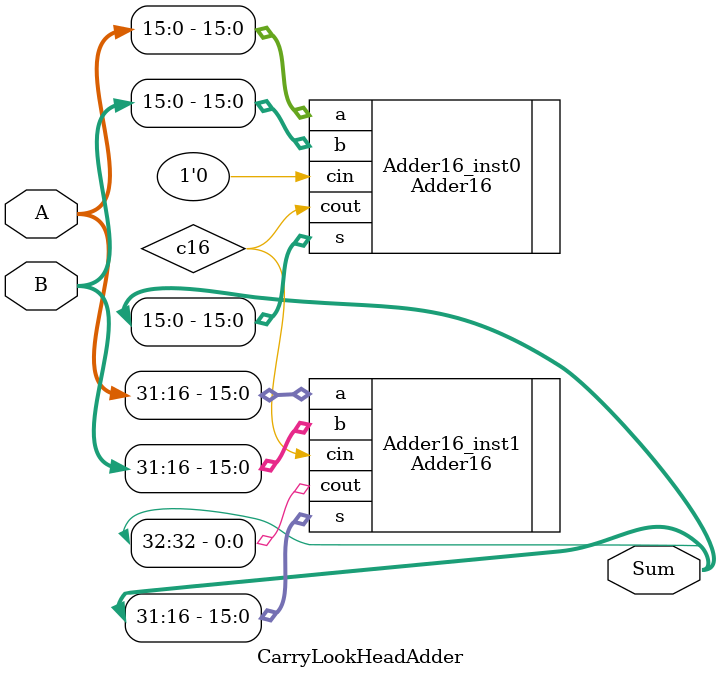
<source format=v>
`timescale 1ns / 1ps


module CarryLookHeadAdder(
    input [31:0]A,
    input [31:0]B,
    output [32:0]Sum
    );

    // 声明内部信号
    wire c16;

    // 16位超前进位加法器实例
    Adder16  Adder16_inst0 (
        .a(A[15:0]),
        .b(B[15:0]),
        .cin(1'b0),
        .s(Sum[15:0]),
        .cout(c16)
    );
    Adder16  Adder16_inst1 (
        .a(A[31:16]),
        .b(B[31:16]),
        .cin(c16),
        .s(Sum[31:16]),
        .cout(Sum[32])
    );

endmodule

</source>
